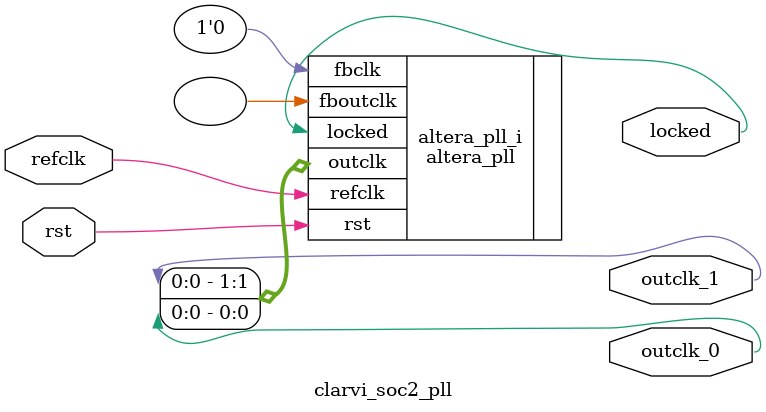
<source format=v>
`timescale 1ns/10ps
module  clarvi_soc2_pll(

	// interface 'refclk'
	input wire refclk,

	// interface 'reset'
	input wire rst,

	// interface 'outclk0'
	output wire outclk_0,

	// interface 'outclk1'
	output wire outclk_1,

	// interface 'locked'
	output wire locked
);

	altera_pll #(
		.fractional_vco_multiplier("false"),
		.reference_clock_frequency("50.0 MHz"),
		.operation_mode("direct"),
		.number_of_clocks(2),
		.output_clock_frequency0("50.000000 MHz"),
		.phase_shift0("0 ps"),
		.duty_cycle0(50),
		.output_clock_frequency1("9.000000 MHz"),
		.phase_shift1("0 ps"),
		.duty_cycle1(50),
		.output_clock_frequency2("0 MHz"),
		.phase_shift2("0 ps"),
		.duty_cycle2(50),
		.output_clock_frequency3("0 MHz"),
		.phase_shift3("0 ps"),
		.duty_cycle3(50),
		.output_clock_frequency4("0 MHz"),
		.phase_shift4("0 ps"),
		.duty_cycle4(50),
		.output_clock_frequency5("0 MHz"),
		.phase_shift5("0 ps"),
		.duty_cycle5(50),
		.output_clock_frequency6("0 MHz"),
		.phase_shift6("0 ps"),
		.duty_cycle6(50),
		.output_clock_frequency7("0 MHz"),
		.phase_shift7("0 ps"),
		.duty_cycle7(50),
		.output_clock_frequency8("0 MHz"),
		.phase_shift8("0 ps"),
		.duty_cycle8(50),
		.output_clock_frequency9("0 MHz"),
		.phase_shift9("0 ps"),
		.duty_cycle9(50),
		.output_clock_frequency10("0 MHz"),
		.phase_shift10("0 ps"),
		.duty_cycle10(50),
		.output_clock_frequency11("0 MHz"),
		.phase_shift11("0 ps"),
		.duty_cycle11(50),
		.output_clock_frequency12("0 MHz"),
		.phase_shift12("0 ps"),
		.duty_cycle12(50),
		.output_clock_frequency13("0 MHz"),
		.phase_shift13("0 ps"),
		.duty_cycle13(50),
		.output_clock_frequency14("0 MHz"),
		.phase_shift14("0 ps"),
		.duty_cycle14(50),
		.output_clock_frequency15("0 MHz"),
		.phase_shift15("0 ps"),
		.duty_cycle15(50),
		.output_clock_frequency16("0 MHz"),
		.phase_shift16("0 ps"),
		.duty_cycle16(50),
		.output_clock_frequency17("0 MHz"),
		.phase_shift17("0 ps"),
		.duty_cycle17(50),
		.pll_type("General"),
		.pll_subtype("General")
	) altera_pll_i (
		.rst	(rst),
		.outclk	({outclk_1, outclk_0}),
		.locked	(locked),
		.fboutclk	( ),
		.fbclk	(1'b0),
		.refclk	(refclk)
	);
endmodule


</source>
